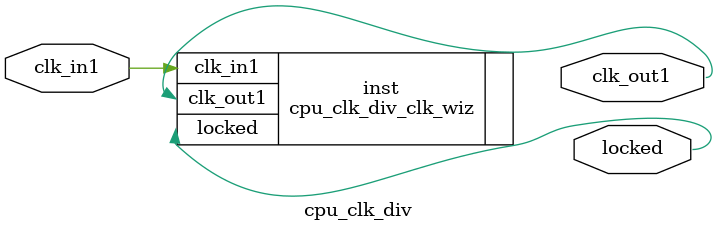
<source format=v>


`timescale 1ps/1ps

(* CORE_GENERATION_INFO = "cpu_clk_div,clk_wiz_v6_0_2_0_0,{component_name=cpu_clk_div,use_phase_alignment=true,use_min_o_jitter=false,use_max_i_jitter=false,use_dyn_phase_shift=false,use_inclk_switchover=false,use_dyn_reconfig=false,enable_axi=0,feedback_source=FDBK_AUTO,PRIMITIVE=PLL,num_out_clk=1,clkin1_period=10.000,clkin2_period=10.000,use_power_down=false,use_reset=false,use_locked=true,use_inclk_stopped=false,feedback_type=SINGLE,CLOCK_MGR_TYPE=NA,manual_override=false}" *)

module cpu_clk_div 
 (
  // Clock out ports
  output        clk_out1,
  // Status and control signals
  output        locked,
 // Clock in ports
  input         clk_in1
 );

  cpu_clk_div_clk_wiz inst
  (
  // Clock out ports  
  .clk_out1(clk_out1),
  // Status and control signals               
  .locked(locked),
 // Clock in ports
  .clk_in1(clk_in1)
  );

endmodule

</source>
